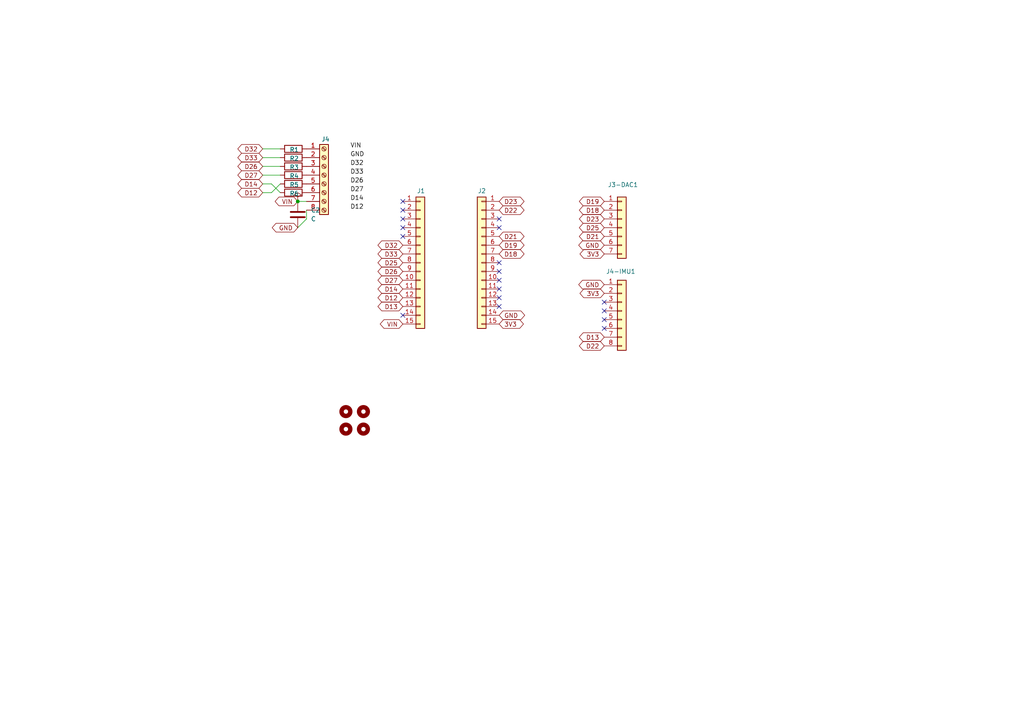
<source format=kicad_sch>
(kicad_sch (version 20250114) (generator "eeschema") (generator_version "9.0")
  (paper "A4")
  (lib_symbols
    (symbol "Connector:Screw_Terminal_01x08" (pin_names (offset 1.016) (hide yes))
      (property "Reference" "J" (at 0 10.16 0))
      (property "Value" "Screw_Terminal_01x08" (at 0 -12.7 0))
      (symbol "Screw_Terminal_01x08_1_1"
        (rectangle (start -1.27 8.89) (end 1.27 -11.43) (stroke (width 0.254)) (fill (type background)))
        (polyline (pts (xy -0.5334 7.9502) (xy 0.3302 7.112)) (stroke (width 0.1524)))
        (polyline (pts (xy -0.5334 5.4102) (xy 0.3302 4.572)) (stroke (width 0.1524)))
        (polyline (pts (xy -0.5334 2.8702) (xy 0.3302 2.032)) (stroke (width 0.1524)))
        (polyline (pts (xy -0.5334 0.3302) (xy 0.3302 -0.508)) (stroke (width 0.1524)))
        (polyline (pts (xy -0.5334 -2.2098) (xy 0.3302 -3.048)) (stroke (width 0.1524)))
        (polyline (pts (xy -0.5334 -4.7498) (xy 0.3302 -5.588)) (stroke (width 0.1524)))
        (polyline (pts (xy -0.5334 -7.2898) (xy 0.3302 -8.128)) (stroke (width 0.1524)))
        (polyline (pts (xy -0.5334 -9.8298) (xy 0.3302 -10.668)) (stroke (width 0.1524)))
        (polyline (pts (xy -0.3556 8.128) (xy 0.508 7.2898)) (stroke (width 0.1524)))
        (polyline (pts (xy -0.3556 5.588) (xy 0.508 4.7498)) (stroke (width 0.1524)))
        (polyline (pts (xy -0.3556 3.048) (xy 0.508 2.2098)) (stroke (width 0.1524)))
        (polyline (pts (xy -0.3556 0.508) (xy 0.508 -0.3302)) (stroke (width 0.1524)))
        (polyline (pts (xy -0.3556 -2.032) (xy 0.508 -2.8702)) (stroke (width 0.1524)))
        (polyline (pts (xy -0.3556 -4.572) (xy 0.508 -5.4102)) (stroke (width 0.1524)))
        (polyline (pts (xy -0.3556 -7.112) (xy 0.508 -7.9502)) (stroke (width 0.1524)))
        (polyline (pts (xy -0.3556 -9.652) (xy 0.508 -10.4902)) (stroke (width 0.1524)))
        (circle (center 0 7.62) (radius 0.635) (stroke (width 0.1524)))
        (circle (center 0 5.08) (radius 0.635) (stroke (width 0.1524)))
        (circle (center 0 2.54) (radius 0.635) (stroke (width 0.1524)))
        (circle (center 0 0) (radius 0.635) (stroke (width 0.1524)))
        (circle (center 0 -2.54) (radius 0.635) (stroke (width 0.1524)))
        (circle (center 0 -5.08) (radius 0.635) (stroke (width 0.1524)))
        (circle (center 0 -7.62) (radius 0.635) (stroke (width 0.1524)))
        (circle (center 0 -10.16) (radius 0.635) (stroke (width 0.1524)))
        (pin passive line (at -5.08 7.62 0) (length 3.81) (name "Pin_1") (number "1"))
        (pin passive line (at -5.08 5.08 0) (length 3.81) (name "Pin_2") (number "2"))
        (pin passive line (at -5.08 2.54 0) (length 3.81) (name "Pin_3") (number "3"))
        (pin passive line (at -5.08 0 0) (length 3.81) (name "Pin_4") (number "4"))
        (pin passive line (at -5.08 -2.54 0) (length 3.81) (name "Pin_5") (number "5"))
        (pin passive line (at -5.08 -5.08 0) (length 3.81) (name "Pin_6") (number "6"))
        (pin passive line (at -5.08 -7.62 0) (length 3.81) (name "Pin_7") (number "7"))
        (pin passive line (at -5.08 -10.16 0) (length 3.81) (name "Pin_8") (number "8"))
      )
    )
    (symbol "Connector_Generic:Conn_01x07" (pin_names (offset 1.016) (hide yes))
      (property "Reference" "J" (at 0 10.16 0))
      (property "Value" "Conn_01x07" (at 0 -10.16 0))
      (symbol "Conn_01x07_1_1"
        (rectangle (start -1.27 8.89) (end 1.27 -8.89) (stroke (width 0.254)) (fill (type background)))
        (rectangle (start -1.27 7.747) (end 0 7.493) (stroke (width 0.1524)))
        (rectangle (start -1.27 5.207) (end 0 4.953) (stroke (width 0.1524)))
        (rectangle (start -1.27 2.667) (end 0 2.413) (stroke (width 0.1524)))
        (rectangle (start -1.27 0.127) (end 0 -0.127) (stroke (width 0.1524)))
        (rectangle (start -1.27 -2.413) (end 0 -2.667) (stroke (width 0.1524)))
        (rectangle (start -1.27 -4.953) (end 0 -5.207) (stroke (width 0.1524)))
        (rectangle (start -1.27 -7.493) (end 0 -7.747) (stroke (width 0.1524)))
        (pin passive line (at -5.08 7.62 0) (length 3.81) (name "Pin_1") (number "1"))
        (pin passive line (at -5.08 5.08 0) (length 3.81) (name "Pin_2") (number "2"))
        (pin passive line (at -5.08 2.54 0) (length 3.81) (name "Pin_3") (number "3"))
        (pin passive line (at -5.08 0 0) (length 3.81) (name "Pin_4") (number "4"))
        (pin passive line (at -5.08 -2.54 0) (length 3.81) (name "Pin_5") (number "5"))
        (pin passive line (at -5.08 -5.08 0) (length 3.81) (name "Pin_6") (number "6"))
        (pin passive line (at -5.08 -7.62 0) (length 3.81) (name "Pin_7") (number "7"))
      )
    )
    (symbol "Connector_Generic:Conn_01x08" (pin_names (offset 1.016) (hide yes))
      (property "Reference" "J" (at 0 10.16 0))
      (property "Value" "Conn_01x08" (at 0 -12.7 0))
      (symbol "Conn_01x08_1_1"
        (rectangle (start -1.27 8.89) (end 1.27 -11.43) (stroke (width 0.254)) (fill (type background)))
        (rectangle (start -1.27 7.747) (end 0 7.493) (stroke (width 0.1524)))
        (rectangle (start -1.27 5.207) (end 0 4.953) (stroke (width 0.1524)))
        (rectangle (start -1.27 2.667) (end 0 2.413) (stroke (width 0.1524)))
        (rectangle (start -1.27 0.127) (end 0 -0.127) (stroke (width 0.1524)))
        (rectangle (start -1.27 -2.413) (end 0 -2.667) (stroke (width 0.1524)))
        (rectangle (start -1.27 -4.953) (end 0 -5.207) (stroke (width 0.1524)))
        (rectangle (start -1.27 -7.493) (end 0 -7.747) (stroke (width 0.1524)))
        (rectangle (start -1.27 -10.033) (end 0 -10.287) (stroke (width 0.1524)))
        (pin passive line (at -5.08 7.62 0) (length 3.81) (name "Pin_1") (number "1"))
        (pin passive line (at -5.08 5.08 0) (length 3.81) (name "Pin_2") (number "2"))
        (pin passive line (at -5.08 2.54 0) (length 3.81) (name "Pin_3") (number "3"))
        (pin passive line (at -5.08 0 0) (length 3.81) (name "Pin_4") (number "4"))
        (pin passive line (at -5.08 -2.54 0) (length 3.81) (name "Pin_5") (number "5"))
        (pin passive line (at -5.08 -5.08 0) (length 3.81) (name "Pin_6") (number "6"))
        (pin passive line (at -5.08 -7.62 0) (length 3.81) (name "Pin_7") (number "7"))
        (pin passive line (at -5.08 -10.16 0) (length 3.81) (name "Pin_8") (number "8"))
      )
    )
    (symbol "Connector_Generic:Conn_01x15" (pin_names (offset 1.016) (hide yes))
      (property "Reference" "J" (at 0 20.32 0))
      (property "Value" "Conn_01x15" (at 0 -20.32 0))
      (symbol "Conn_01x15_1_1"
        (rectangle (start -1.27 19.05) (end 1.27 -19.05) (stroke (width 0.254)) (fill (type background)))
        (rectangle (start -1.27 17.907) (end 0 17.653) (stroke (width 0.1524)))
        (rectangle (start -1.27 15.367) (end 0 15.113) (stroke (width 0.1524)))
        (rectangle (start -1.27 12.827) (end 0 12.573) (stroke (width 0.1524)))
        (rectangle (start -1.27 10.287) (end 0 10.033) (stroke (width 0.1524)))
        (rectangle (start -1.27 7.747) (end 0 7.493) (stroke (width 0.1524)))
        (rectangle (start -1.27 5.207) (end 0 4.953) (stroke (width 0.1524)))
        (rectangle (start -1.27 2.667) (end 0 2.413) (stroke (width 0.1524)))
        (rectangle (start -1.27 0.127) (end 0 -0.127) (stroke (width 0.1524)))
        (rectangle (start -1.27 -2.413) (end 0 -2.667) (stroke (width 0.1524)))
        (rectangle (start -1.27 -4.953) (end 0 -5.207) (stroke (width 0.1524)))
        (rectangle (start -1.27 -7.493) (end 0 -7.747) (stroke (width 0.1524)))
        (rectangle (start -1.27 -10.033) (end 0 -10.287) (stroke (width 0.1524)))
        (rectangle (start -1.27 -12.573) (end 0 -12.827) (stroke (width 0.1524)))
        (rectangle (start -1.27 -15.113) (end 0 -15.367) (stroke (width 0.1524)))
        (rectangle (start -1.27 -17.653) (end 0 -17.907) (stroke (width 0.1524)))
        (pin passive line (at -5.08 17.78 0) (length 3.81) (name "Pin_1") (number "1"))
        (pin passive line (at -5.08 15.24 0) (length 3.81) (name "Pin_2") (number "2"))
        (pin passive line (at -5.08 12.7 0) (length 3.81) (name "Pin_3") (number "3"))
        (pin passive line (at -5.08 10.16 0) (length 3.81) (name "Pin_4") (number "4"))
        (pin passive line (at -5.08 7.62 0) (length 3.81) (name "Pin_5") (number "5"))
        (pin passive line (at -5.08 5.08 0) (length 3.81) (name "Pin_6") (number "6"))
        (pin passive line (at -5.08 2.54 0) (length 3.81) (name "Pin_7") (number "7"))
        (pin passive line (at -5.08 0 0) (length 3.81) (name "Pin_8") (number "8"))
        (pin passive line (at -5.08 -2.54 0) (length 3.81) (name "Pin_9") (number "9"))
        (pin passive line (at -5.08 -5.08 0) (length 3.81) (name "Pin_10") (number "10"))
        (pin passive line (at -5.08 -7.62 0) (length 3.81) (name "Pin_11") (number "11"))
        (pin passive line (at -5.08 -10.16 0) (length 3.81) (name "Pin_12") (number "12"))
        (pin passive line (at -5.08 -12.7 0) (length 3.81) (name "Pin_13") (number "13"))
        (pin passive line (at -5.08 -15.24 0) (length 3.81) (name "Pin_14") (number "14"))
        (pin passive line (at -5.08 -17.78 0) (length 3.81) (name "Pin_15") (number "15"))
      )
    )
    (symbol "Device:C" (pin_numbers (hide yes)) (pin_names (offset 0.254))
      (property "Reference" "C" (at 0.635 2.54 0))
      (property "Value" "C" (at 0.635 -2.54 0))
      (symbol "C_0_1"
        (polyline (pts (xy -2.032 0.762) (xy 2.032 0.762)) (stroke (width 0.508)))
        (polyline (pts (xy -2.032 -0.762) (xy 2.032 -0.762)) (stroke (width 0.508)))
      )
      (symbol "C_1_1"
        (pin passive line (at 0 3.81 270) (length 2.794) (name "~") (number "1"))
        (pin passive line (at 0 -3.81 90) (length 2.794) (name "~") (number "2"))
      )
    )
    (symbol "Device:R" (pin_numbers (hide yes)) (pin_names (offset 0))
      (property "Reference" "R" (at 2.032 0 90))
      (property "Value" "R" (at 0 0 90))
      (symbol "R_0_1"
        (rectangle (start -1.016 -2.54) (end 1.016 2.54) (stroke (width 0.254)))
      )
      (symbol "R_1_1"
        (pin passive line (at 0 3.81 270) (length 1.27) (name "~") (number "1"))
        (pin passive line (at 0 -3.81 90) (length 1.27) (name "~") (number "2"))
      )
    )
    (symbol "Mechanical:MountingHole" (pin_names (offset 1.016)) (in_bom no)
      (property "Reference" "H" (at 0 5.08 0))
      (property "Value" "MountingHole" (at 0 3.175 0))
      (symbol "MountingHole_0_1"
        (circle (center 0 0) (radius 1.27) (stroke (width 1.27)))
      )
    )
    (symbol "power:PWR_FLAG" (power) (pin_numbers (hide yes)) (pin_names (offset 0) (hide yes))
      (property "Value" "PWR_FLAG" (at 0 3.81 0))
      (symbol "PWR_FLAG_0_0"
        (pin power_out line (at 0 0 90) (length 0) (name "~") (number "1"))
      )
      (symbol "PWR_FLAG_0_1"
        (polyline (pts (xy 0 0) (xy 0 1.27) (xy -1.016 1.905) (xy 0 2.54) (xy 1.016 1.905) (xy 0 1.27)))
      )
    )
  )
  (junction (at 86.36 58.42))
  (no_connect (at 116.84 60.96))
  (no_connect (at 116.84 58.42))
  (no_connect (at 116.84 63.5))
  (no_connect (at 175.26 95.25))
  (no_connect (at 144.78 86.36))
  (no_connect (at 116.84 66.04))
  (no_connect (at 144.78 76.2))
  (no_connect (at 144.78 63.5))
  (no_connect (at 116.84 68.58))
  (no_connect (at 116.84 91.44))
  (no_connect (at 144.78 83.82))
  (no_connect (at 175.26 90.17))
  (no_connect (at 144.78 81.28))
  (no_connect (at 175.26 87.63))
  (no_connect (at 144.78 78.74))
  (no_connect (at 175.26 92.71))
  (no_connect (at 144.78 88.9))
  (no_connect (at 144.78 66.04))
  (wire (pts (xy 81.28 53.34) (xy 78.74 55.88)))
  (wire (pts (xy 78.74 53.34) (xy 81.28 55.88)))
  (wire (pts (xy 81.28 50.8) (xy 76.2 50.8)))
  (wire (pts (xy 76.2 53.34) (xy 78.74 53.34)))
  (wire (pts (xy 81.28 45.72) (xy 76.2 45.72)))
  (wire (pts (xy 86.36 58.42) (xy 88.9 58.42)))
  (wire (pts (xy 88.9 60.96) (xy 88.9 63.5)))
  (wire (pts (xy 76.2 43.18) (xy 81.28 43.18)))
  (wire (pts (xy 88.9 63.5) (xy 86.36 66.04)))
  (wire (pts (xy 81.28 48.26) (xy 76.2 48.26)))
  (wire (pts (xy 76.2 55.88) (xy 78.74 55.88)))
  (label "GND" (at 101.6 45.72 0))
  (label "D26" (at 101.6 53.34 0))
  (label "D12" (at 101.6 60.96 0))
  (label "D14" (at 101.6 58.42 0))
  (label "D33" (at 101.6 50.8 0))
  (label "D32" (at 101.6 48.26 0))
  (label "VIN" (at 101.6 43.18 0))
  (label "D27" (at 101.6 55.88 0))
  (global_label "D21" (shape bidirectional) (at 144.78 68.58 0) (property "Intersheetrefs" "${INTERSHEET_REFS}" (effects (hide yes))))
  (global_label "D33" (shape bidirectional) (at 116.84 73.66 180) (property "Intersheetrefs" "${INTERSHEET_REFS}" (effects (hide yes))))
  (global_label "D19" (shape bidirectional) (at 144.78 71.12 0) (property "Intersheetrefs" "${INTERSHEET_REFS}" (effects (hide yes))))
  (global_label "D22" (shape bidirectional) (at 144.78 60.96 0) (property "Intersheetrefs" "${INTERSHEET_REFS}" (effects (hide yes))))
  (global_label "D21" (shape bidirectional) (at 175.26 68.58 180) (property "Intersheetrefs" "${INTERSHEET_REFS}" (effects (hide yes))))
  (global_label "D25" (shape bidirectional) (at 116.84 76.2 180) (property "Intersheetrefs" "${INTERSHEET_REFS}" (effects (hide yes))))
  (global_label "D18" (shape bidirectional) (at 144.78 73.66 0) (property "Intersheetrefs" "${INTERSHEET_REFS}" (effects (hide yes))))
  (global_label "D26" (shape bidirectional) (at 76.2 48.26 180) (property "Intersheetrefs" "${INTERSHEET_REFS}" (effects (hide yes))))
  (global_label "D25" (shape bidirectional) (at 175.26 66.04 180) (property "Intersheetrefs" "${INTERSHEET_REFS}" (effects (hide yes))))
  (global_label "3V3" (shape bidirectional) (at 175.26 73.66 180) (property "Intersheetrefs" "${INTERSHEET_REFS}" (effects (hide yes))))
  (global_label "VIN" (shape bidirectional) (at 116.84 93.98 180) (property "Intersheetrefs" "${INTERSHEET_REFS}" (effects (hide yes))))
  (global_label "D27" (shape bidirectional) (at 116.84 81.28 180) (property "Intersheetrefs" "${INTERSHEET_REFS}" (effects (hide yes))))
  (global_label "D22" (shape bidirectional) (at 175.26 100.33 180) (property "Intersheetrefs" "${INTERSHEET_REFS}" (effects (hide yes))))
  (global_label "D32" (shape bidirectional) (at 116.84 71.12 180) (property "Intersheetrefs" "${INTERSHEET_REFS}" (effects (hide yes))))
  (global_label "D13" (shape bidirectional) (at 116.84 88.9 180) (property "Intersheetrefs" "${INTERSHEET_REFS}" (effects (hide yes))))
  (global_label "3V3" (shape bidirectional) (at 175.26 85.09 180) (property "Intersheetrefs" "${INTERSHEET_REFS}" (effects (hide yes))))
  (global_label "D23" (shape bidirectional) (at 175.26 63.5 180) (property "Intersheetrefs" "${INTERSHEET_REFS}" (effects (hide yes))))
  (global_label "GND" (shape bidirectional) (at 175.26 82.55 180) (property "Intersheetrefs" "${INTERSHEET_REFS}" (effects (hide yes))))
  (global_label "D18" (shape bidirectional) (at 175.26 60.96 180) (property "Intersheetrefs" "${INTERSHEET_REFS}" (effects (hide yes))))
  (global_label "D13" (shape bidirectional) (at 175.26 97.79 180) (property "Intersheetrefs" "${INTERSHEET_REFS}" (effects (hide yes))))
  (global_label "D32" (shape bidirectional) (at 76.2 43.18 180) (property "Intersheetrefs" "${INTERSHEET_REFS}" (effects (hide yes))))
  (global_label "VIN" (shape bidirectional) (at 86.36 58.42 180) (property "Intersheetrefs" "${INTERSHEET_REFS}" (effects (hide yes))))
  (global_label "GND" (shape bidirectional) (at 144.78 91.44 0) (property "Intersheetrefs" "${INTERSHEET_REFS}" (effects (hide yes))))
  (global_label "3V3" (shape bidirectional) (at 144.78 93.98 0) (property "Intersheetrefs" "${INTERSHEET_REFS}" (effects (hide yes))))
  (global_label "D27" (shape bidirectional) (at 76.2 50.8 180) (property "Intersheetrefs" "${INTERSHEET_REFS}" (effects (hide yes))))
  (global_label "D33" (shape bidirectional) (at 76.2 45.72 180) (property "Intersheetrefs" "${INTERSHEET_REFS}" (effects (hide yes))))
  (global_label "GND" (shape bidirectional) (at 86.36 66.04 180) (property "Intersheetrefs" "${INTERSHEET_REFS}" (effects (hide yes))))
  (global_label "D19" (shape bidirectional) (at 175.26 58.42 180) (property "Intersheetrefs" "${INTERSHEET_REFS}" (effects (hide yes))))
  (global_label "D26" (shape bidirectional) (at 116.84 78.74 180) (property "Intersheetrefs" "${INTERSHEET_REFS}" (effects (hide yes))))
  (global_label "D14" (shape bidirectional) (at 116.84 83.82 180) (property "Intersheetrefs" "${INTERSHEET_REFS}" (effects (hide yes))))
  (global_label "D12" (shape bidirectional) (at 76.2 55.88 180) (property "Intersheetrefs" "${INTERSHEET_REFS}" (effects (hide yes))))
  (global_label "D23" (shape bidirectional) (at 144.78 58.42 0) (property "Intersheetrefs" "${INTERSHEET_REFS}" (effects (hide yes))))
  (global_label "D12" (shape bidirectional) (at 116.84 86.36 180) (property "Intersheetrefs" "${INTERSHEET_REFS}" (effects (hide yes))))
  (global_label "GND" (shape bidirectional) (at 175.26 71.12 180) (property "Intersheetrefs" "${INTERSHEET_REFS}" (effects (hide yes))))
  (global_label "D14" (shape bidirectional) (at 76.2 53.34 180) (property "Intersheetrefs" "${INTERSHEET_REFS}" (effects (hide yes))))
  (symbol (lib_id "Connector:Screw_Terminal_01x08") (at 93.98 50.8 0) (unit 1)
    (property "Reference" "J4" (at 93.218 40.386 0) (effects (justify left)))
    (property "Value" "Screw_Terminal_01x08" (effects (hide yes)))
    (property "Footprint" "TerminalBlock_Phoenix:TerminalBlock_Phoenix_PT-1,5-8-3.5-H_1x08_P3.50mm_Horizontal" (effects (hide yes)))
    (property "Description" "Generic screw terminal, single row, 01x08, script generated (kicad-library-utils/schlib/autogen/connector/)" (effects (hide yes)))
  )
  (symbol (lib_id "Connector_Generic:Conn_01x07") (at 180.34 66.04 0) (unit 1)
    (property "Reference" "J3-DAC1" (at 176.276 53.594 0) (effects (justify left)))
    (property "Value" "Conn_01x07" (effects (hide yes)))
    (property "Footprint" "Connector_PinSocket_2.54mm:PinSocket_1x07_P2.54mm_Vertical" (effects (hide yes)))
    (property "Description" "Generic connector, single row, 01x07, script generated (kicad-library-utils/schlib/autogen/connector/)" (effects (hide yes)))
  )
  (symbol (lib_id "Mechanical:MountingHole") (at 105.41 124.46 0) (unit 1) (in_bom no)
    (property "Reference" "H3" (effects (hide yes)))
    (property "Value" "MountingHole" (effects (hide yes)))
    (property "Footprint" "MountingHole:MountingHole_3.2mm_M3" (effects (hide yes)))
    (property "Description" "Mounting Hole without connection" (effects (hide yes)))
  )
  (symbol (lib_id "Device:R") (at 85.09 48.26 90) (unit 1)
    (property "Reference" "R3" (at 85.344 48.514 90))
    (property "Value" "R" (effects (hide yes)))
    (property "Footprint" "Resistor_THT:R_Axial_DIN0207_L6.3mm_D2.5mm_P7.62mm_Horizontal" (effects (hide yes)))
    (property "Description" "Resistor" (effects (hide yes)))
  )
  (symbol (lib_id "Connector_Generic:Conn_01x15") (at 139.7 76.2 0) (mirror y) (unit 1)
    (property "Reference" "J2" (at 140.97 55.372 0) (effects (justify left)))
    (property "Value" "Conn_01x15" (effects (hide yes)))
    (property "Footprint" "Connector_PinSocket_2.54mm:PinSocket_1x15_P2.54mm_Vertical" (effects (hide yes)))
    (property "Description" "Generic connector, single row, 01x15, script generated (kicad-library-utils/schlib/autogen/connector/)" (effects (hide yes)))
  )
  (symbol (lib_id "Device:R") (at 85.09 50.8 90) (unit 1)
    (property "Reference" "R4" (at 85.344 51.054 90))
    (property "Value" "R" (effects (hide yes)))
    (property "Footprint" "Resistor_THT:R_Axial_DIN0207_L6.3mm_D2.5mm_P7.62mm_Horizontal" (effects (hide yes)))
    (property "Description" "Resistor" (effects (hide yes)))
  )
  (symbol (lib_id "Mechanical:MountingHole") (at 100.33 119.38 0) (unit 1) (in_bom no)
    (property "Reference" "H1" (effects (hide yes)))
    (property "Value" "MountingHole" (effects (hide yes)))
    (property "Footprint" "MountingHole:MountingHole_3.2mm_M3" (effects (hide yes)))
    (property "Description" "Mounting Hole without connection" (effects (hide yes)))
  )
  (symbol (lib_id "power:PWR_FLAG") (at 86.36 58.42 0) (unit 1)
    (property "Reference" "#FLG01" (effects (hide yes)))
    (property "Value" "PWR_FLAG" (effects (hide yes)))
    (property "Description" "Special symbol for telling ERC where power comes from" (effects (hide yes)))
  )
  (symbol (lib_id "Device:C") (at 86.36 62.23 0) (unit 1)
    (property "Reference" "C2" (at 90.17 60.9599 0) (effects (justify left)))
    (property "Value" "C" (at 90.17 63.4999 0) (effects (justify left)))
    (property "Footprint" "Capacitor_THT:C_Radial_D10.0mm_H20.0mm_P5.00mm" (effects (hide yes)))
    (property "Description" "Unpolarized capacitor" (effects (hide yes)))
  )
  (symbol (lib_id "Device:R") (at 85.09 45.72 90) (unit 1)
    (property "Reference" "R2" (at 85.344 45.974 90))
    (property "Value" "R" (effects (hide yes)))
    (property "Footprint" "Resistor_THT:R_Axial_DIN0207_L6.3mm_D2.5mm_P7.62mm_Horizontal" (effects (hide yes)))
    (property "Description" "Resistor" (effects (hide yes)))
  )
  (symbol (lib_id "Device:R") (at 85.09 43.18 90) (unit 1)
    (property "Reference" "R1" (at 85.344 43.434 90))
    (property "Value" "R" (effects (hide yes)))
    (property "Footprint" "Resistor_THT:R_Axial_DIN0207_L6.3mm_D2.5mm_P7.62mm_Horizontal" (effects (hide yes)))
    (property "Description" "Resistor" (effects (hide yes)))
  )
  (symbol (lib_id "Connector_Generic:Conn_01x08") (at 180.34 90.17 0) (unit 1)
    (property "Reference" "J4-IMU1" (at 175.768 78.74 0) (effects (justify left)))
    (property "Value" "Conn_01x08" (effects (hide yes)))
    (property "Footprint" "Connector_PinSocket_2.54mm:PinSocket_1x08_P2.54mm_Vertical" (effects (hide yes)))
    (property "Description" "Generic connector, single row, 01x08, script generated (kicad-library-utils/schlib/autogen/connector/)" (effects (hide yes)))
  )
  (symbol (lib_id "Mechanical:MountingHole") (at 100.33 124.46 0) (unit 1) (in_bom no)
    (property "Reference" "H2" (effects (hide yes)))
    (property "Value" "MountingHole" (effects (hide yes)))
    (property "Footprint" "MountingHole:MountingHole_3.2mm_M3" (effects (hide yes)))
    (property "Description" "Mounting Hole without connection" (effects (hide yes)))
  )
  (symbol (lib_id "Device:R") (at 85.09 55.88 90) (unit 1)
    (property "Reference" "R6" (at 85.344 56.134 90))
    (property "Value" "R" (effects (hide yes)))
    (property "Footprint" "Resistor_THT:R_Axial_DIN0207_L6.3mm_D2.5mm_P7.62mm_Horizontal" (effects (hide yes)))
    (property "Description" "Resistor" (effects (hide yes)))
  )
  (symbol (lib_id "Device:R") (at 85.09 53.34 90) (unit 1)
    (property "Reference" "R5" (at 85.344 53.594 90))
    (property "Value" "R" (effects (hide yes)))
    (property "Footprint" "Resistor_THT:R_Axial_DIN0207_L6.3mm_D2.5mm_P7.62mm_Horizontal" (effects (hide yes)))
    (property "Description" "Resistor" (effects (hide yes)))
  )
  (symbol (lib_id "Mechanical:MountingHole") (at 105.41 119.38 0) (unit 1) (in_bom no)
    (property "Reference" "H4" (effects (hide yes)))
    (property "Value" "MountingHole" (effects (hide yes)))
    (property "Footprint" "MountingHole:MountingHole_3.2mm_M3" (effects (hide yes)))
    (property "Description" "Mounting Hole without connection" (effects (hide yes)))
  )
  (symbol (lib_id "Connector_Generic:Conn_01x15") (at 121.92 76.2 0) (unit 1)
    (property "Reference" "J1" (at 120.904 55.372 0) (effects (justify left)))
    (property "Value" "Conn_01x15" (effects (hide yes)))
    (property "Footprint" "Connector_PinSocket_2.54mm:PinSocket_1x15_P2.54mm_Vertical" (effects (hide yes)))
    (property "Description" "Generic connector, single row, 01x15, script generated (kicad-library-utils/schlib/autogen/connector/)" (effects (hide yes)))
  )
)
</source>
